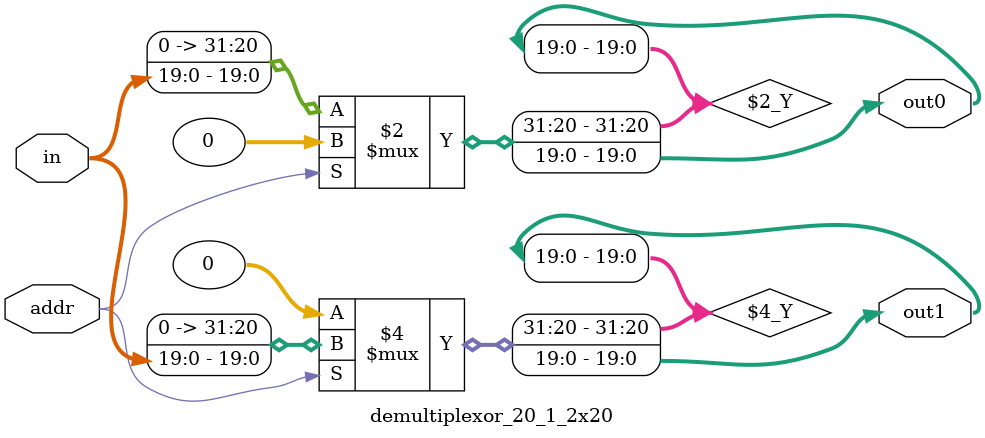
<source format=v>
module demultiplexor_20_4_16x20(input wire [19:0] in, input wire [3:0] addr, output wire [19:0] out0,
    output wire [19:0] out1, output wire [19:0] out2, output wire [19:0] out3, output wire [19:0] out4,
    output wire [19:0] out5, output wire [19:0] out6, output wire [19:0] out7, output wire [19:0] out8,
    output wire [19:0] out9, output wire [19:0] out10, output wire [19:0] out11, output wire [19:0] out12,
    output wire [19:0] out13, output wire [19:0] out14, output wire [19:0] out15);

    demultiplexor_20_3_8x20 d0 (.in(addr[3] ? 0 : in), .addr(addr[2:0]), .out0(out0), .out1(out1), .out2(out2), .out3(out3), .out4(out4), .out5(out5), .out6(out6), .out7(out7));
    demultiplexor_20_3_8x20 d1 (.in(addr[3] ? in : 0), .addr(addr[2:0]), .out0(out8), .out1(out9), .out2(out10), .out3(out11), .out4(out12), .out5(out13), .out6(out14), .out7(out15));
    
endmodule

module demultiplexor_20_3_8x20(input wire [19:0] in, input wire [2:0] addr, output wire [19:0] out0,
    output wire [19:0] out1, output wire [19:0] out2, output wire [19:0] out3, output wire [19:0] out4,
    output wire [19:0] out5, output wire [19:0] out6, output wire [19:0] out7);

    demultiplexor_20_2_4x20 d0 (.in(addr[2] ? 0 : in), .addr(addr[1:0]), .out0(out0), .out1(out1), .out2(out2), .out3(out3));
    demultiplexor_20_2_4x20 d1 (.in(addr[2] ? in : 0), .addr(addr[1:0]), .out0(out4), .out1(out5), .out2(out6), .out3(out7));
    
endmodule

module demultiplexor_20_2_4x20(input wire [19:0] in, input wire [1:0] addr, output wire [19:0] out0,
    output wire [19:0] out1, output wire [19:0] out2, output wire [19:0] out3);

    demultiplexor_20_1_2x20 d0 (.in(addr[1] ? 0 : in), .addr(addr[0]), .out0(out0), .out1(out1));
    demultiplexor_20_1_2x20 d1 (.in(addr[1] ? in : 0), .addr(addr[0]), .out0(out2), .out1(out3));
    
endmodule

module demultiplexor_20_1_2x20(input wire [19:0] in, input wire addr, output wire [19:0] out0, output wire [19:0] out1);

    assign out0 = addr ? 0 : in;
    assign out1 = addr ? in : 0;
    
endmodule
</source>
